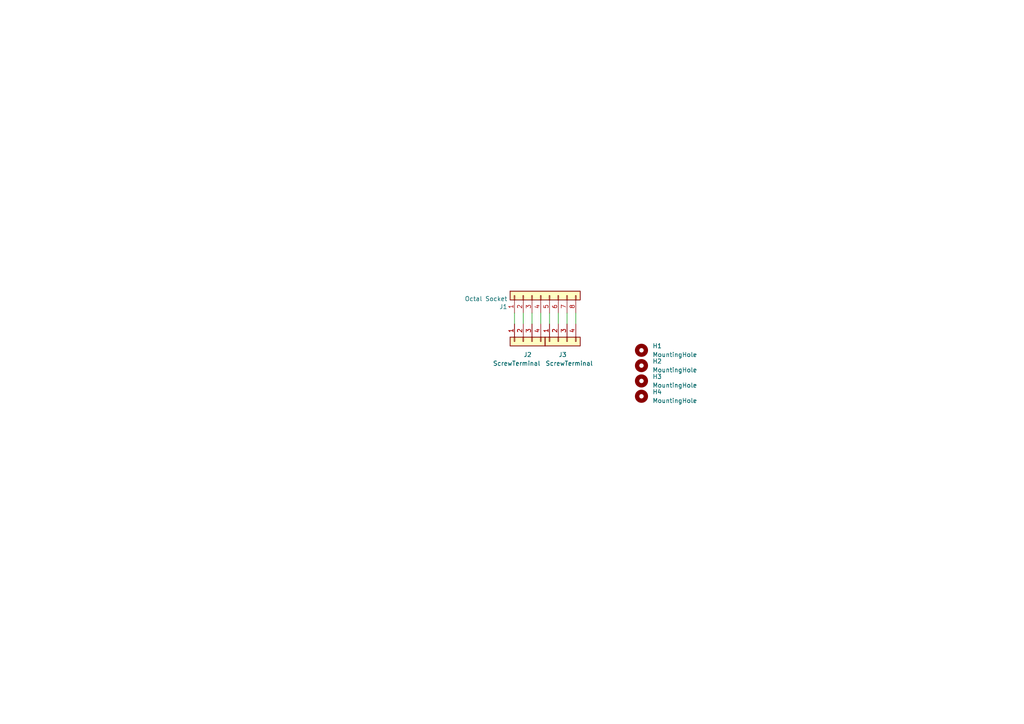
<source format=kicad_sch>
(kicad_sch (version 20230121) (generator eeschema)
  (paper "A4")
  (lib_symbols
    (symbol "Connector_Generic:Conn_01x04" (pin_names (offset 1.016) hide)
      (property "Reference" "J" (at 0 5.08 0))
      (property "Value" "Conn_01x04" (at 0 -7.62 0))
      (symbol "Conn_01x04_1_1"
        (rectangle (start -1.27 -4.953) (end 0 -5.207) (stroke (width 0.1524)))
        (rectangle (start -1.27 -2.413) (end 0 -2.667) (stroke (width 0.1524)))
        (rectangle (start -1.27 0.127) (end 0 -0.127) (stroke (width 0.1524)))
        (rectangle (start -1.27 2.667) (end 0 2.413) (stroke (width 0.1524)))
        (rectangle (start -1.27 3.81) (end 1.27 -6.35) (stroke (width 0.254)) (fill (type background)))
        (pin passive line (at -5.08 2.54 0) (length 3.81) (name "Pin_1") (number "1"))
        (pin passive line (at -5.08 0 0) (length 3.81) (name "Pin_2") (number "2"))
        (pin passive line (at -5.08 -2.54 0) (length 3.81) (name "Pin_3") (number "3"))
        (pin passive line (at -5.08 -5.08 0) (length 3.81) (name "Pin_4") (number "4"))
      )
    )
    (symbol "Connector_Generic:Conn_01x08" (pin_names (offset 1.016) hide)
      (property "Reference" "J" (at 0 10.16 0))
      (property "Value" "Conn_01x08" (at 0 -12.7 0))
      (symbol "Conn_01x08_1_1"
        (rectangle (start -1.27 -10.033) (end 0 -10.287) (stroke (width 0.1524)))
        (rectangle (start -1.27 -7.493) (end 0 -7.747) (stroke (width 0.1524)))
        (rectangle (start -1.27 -4.953) (end 0 -5.207) (stroke (width 0.1524)))
        (rectangle (start -1.27 -2.413) (end 0 -2.667) (stroke (width 0.1524)))
        (rectangle (start -1.27 0.127) (end 0 -0.127) (stroke (width 0.1524)))
        (rectangle (start -1.27 2.667) (end 0 2.413) (stroke (width 0.1524)))
        (rectangle (start -1.27 5.207) (end 0 4.953) (stroke (width 0.1524)))
        (rectangle (start -1.27 7.747) (end 0 7.493) (stroke (width 0.1524)))
        (rectangle (start -1.27 8.89) (end 1.27 -11.43) (stroke (width 0.254)) (fill (type background)))
        (pin passive line (at -5.08 7.62 0) (length 3.81) (name "Pin_1") (number "1"))
        (pin passive line (at -5.08 5.08 0) (length 3.81) (name "Pin_2") (number "2"))
        (pin passive line (at -5.08 2.54 0) (length 3.81) (name "Pin_3") (number "3"))
        (pin passive line (at -5.08 0 0) (length 3.81) (name "Pin_4") (number "4"))
        (pin passive line (at -5.08 -2.54 0) (length 3.81) (name "Pin_5") (number "5"))
        (pin passive line (at -5.08 -5.08 0) (length 3.81) (name "Pin_6") (number "6"))
        (pin passive line (at -5.08 -7.62 0) (length 3.81) (name "Pin_7") (number "7"))
        (pin passive line (at -5.08 -10.16 0) (length 3.81) (name "Pin_8") (number "8"))
      )
    )
    (symbol "Mechanical:MountingHole" (pin_names (offset 1.016))
      (property "Reference" "H" (at 0 5.08 0))
      (property "Value" "MountingHole" (at 0 3.175 0))
      (symbol "MountingHole_0_1"
        (circle (center 0 0) (radius 1.27) (stroke (width 1.27)))
      )
    )
  )
  (wire (pts (xy 154.305 90.805) (xy 154.305 93.98)))
  (wire (pts (xy 159.385 90.805) (xy 159.385 93.98)))
  (wire (pts (xy 167.005 90.805) (xy 167.005 93.98)))
  (wire (pts (xy 156.845 90.805) (xy 156.845 93.98)))
  (wire (pts (xy 161.925 90.805) (xy 161.925 93.98)))
  (wire (pts (xy 164.465 90.805) (xy 164.465 93.98)))
  (wire (pts (xy 151.765 90.805) (xy 151.765 93.98)))
  (wire (pts (xy 149.225 90.805) (xy 149.225 93.98)))
  (symbol (lib_id "Mechanical:MountingHole") (at 186.055 101.6 0) (unit 1)
    (property "Reference" "H1" (at 189.23 100.33 0) (effects (justify left)))
    (property "Value" "MountingHole" (at 189.23 102.87 0) (effects (justify left)))
    (property "Footprint" "MountingHole:MountingHole_3.2mm_M3" (effects hide))
  )
  (symbol (lib_id "Mechanical:MountingHole") (at 186.055 106.045 0) (unit 1)
    (property "Reference" "H2" (at 189.23 104.775 0) (effects (justify left)))
    (property "Value" "MountingHole" (at 189.23 107.315 0) (effects (justify left)))
    (property "Footprint" "MountingHole:MountingHole_3.2mm_M3" (effects hide))
  )
  (symbol (lib_id "Mechanical:MountingHole") (at 186.055 114.935 0) (unit 1)
    (property "Reference" "H4" (at 189.23 113.665 0) (effects (justify left)))
    (property "Value" "MountingHole" (at 189.23 116.205 0) (effects (justify left)))
    (property "Footprint" "MountingHole:MountingHole_3.2mm_M3" (effects hide))
  )
  (symbol (lib_id "Connector_Generic:Conn_01x04") (at 151.765 99.06 90) (mirror x) (unit 1)
    (property "Reference" "J2" (at 153.035 102.87 90))
    (property "Value" "ScrewTerminal" (at 149.86 105.41 90))
    (property "Footprint" "Retronics_Connectors:ScrewTerminal_JL635_4" (effects hide))
  )
  (symbol (lib_id "Mechanical:MountingHole") (at 186.055 110.49 0) (unit 1)
    (property "Reference" "H3" (at 189.23 109.22 0) (effects (justify left)))
    (property "Value" "MountingHole" (at 189.23 111.76 0) (effects (justify left)))
    (property "Footprint" "MountingHole:MountingHole_3.2mm_M3" (effects hide))
  )
  (symbol (lib_id "Connector_Generic:Conn_01x08") (at 156.845 85.725 90) (unit 1)
    (property "Reference" "J1" (at 147.193 88.9762 90) (effects (justify left)))
    (property "Value" "Octal Socket" (at 147.193 86.6648 90) (effects (justify left)))
    (property "Footprint" "Retronics_Connectors:Octal_Ceramic" (effects hide))
  )
  (symbol (lib_id "Connector_Generic:Conn_01x04") (at 161.925 99.06 90) (mirror x) (unit 1)
    (property "Reference" "J3" (at 163.195 102.87 90))
    (property "Value" "ScrewTerminal" (at 165.1 105.41 90))
    (property "Footprint" "Retronics_Connectors:ScrewTerminal_JL635_4" (effects hide))
  )
)
</source>
